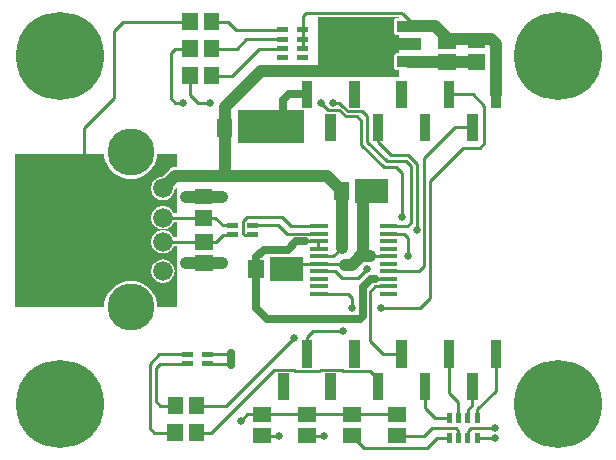
<source format=gbr>
G04 start of page 2 for group 0 idx 0 *
G04 Title: (unknown), top *
G04 Creator: pcb 20140316 *
G04 CreationDate: Mon 29 Jan 2018 01:28:48 AM GMT UTC *
G04 For: railfan *
G04 Format: Gerber/RS-274X *
G04 PCB-Dimensions (mil): 2000.00 1500.00 *
G04 PCB-Coordinate-Origin: lower left *
%MOIN*%
%FSLAX25Y25*%
%LNTOP*%
%ADD28C,0.0360*%
%ADD27C,0.0910*%
%ADD26C,0.1285*%
%ADD25C,0.0120*%
%ADD24C,0.0260*%
%ADD23R,0.0945X0.0945*%
%ADD22R,0.0378X0.0378*%
%ADD21R,0.0350X0.0350*%
%ADD20R,0.0130X0.0130*%
%ADD19R,0.0167X0.0167*%
%ADD18R,0.0512X0.0512*%
%ADD17C,0.0660*%
%ADD16C,0.1570*%
%ADD15C,0.2937*%
%ADD14C,0.0250*%
%ADD13C,0.0100*%
%ADD12C,0.0400*%
%ADD11C,0.0001*%
G54D11*G36*
X130000Y126000D02*X103000D01*
Y146000D01*
X130000D01*
Y145788D01*
X129264Y145787D01*
X129111Y145750D01*
X128965Y145690D01*
X128831Y145608D01*
X128712Y145505D01*
X128609Y145386D01*
X128527Y145251D01*
X128467Y145106D01*
X128430Y144953D01*
X128421Y144796D01*
X128430Y140859D01*
X128467Y140706D01*
X128527Y140561D01*
X128609Y140426D01*
X128712Y140307D01*
X128831Y140204D01*
X128965Y140122D01*
X129111Y140062D01*
X129264Y140025D01*
X129421Y140016D01*
X130000Y140017D01*
Y133976D01*
X129264Y133975D01*
X129111Y133938D01*
X128965Y133878D01*
X128831Y133796D01*
X128712Y133693D01*
X128609Y133574D01*
X128527Y133439D01*
X128467Y133294D01*
X128430Y133141D01*
X128421Y132984D01*
X128430Y129047D01*
X128467Y128894D01*
X128527Y128749D01*
X128609Y128614D01*
X128712Y128495D01*
X128831Y128392D01*
X128965Y128310D01*
X129111Y128250D01*
X129264Y128213D01*
X129421Y128204D01*
X130000Y128205D01*
Y126000D01*
G37*
G36*
X84500Y115000D02*X98500D01*
Y104000D01*
X84500D01*
Y115000D01*
G37*
G36*
X76500D02*X97500D01*
Y104000D01*
X76500D01*
Y115000D01*
G37*
G36*
X51394Y75188D02*X51400Y75188D01*
X52012Y75236D01*
X52609Y75379D01*
X53176Y75614D01*
X53699Y75935D01*
X54166Y76334D01*
X54565Y76801D01*
X54886Y77324D01*
X55000Y77600D01*
X56000D01*
Y72600D01*
X55000D01*
X54886Y72876D01*
X54565Y73399D01*
X54166Y73866D01*
X53699Y74265D01*
X53176Y74586D01*
X52609Y74821D01*
X52012Y74964D01*
X51400Y75012D01*
X51394Y75012D01*
Y75188D01*
G37*
G36*
Y84988D02*X51400Y84988D01*
X52012Y85036D01*
X52609Y85179D01*
X53176Y85414D01*
X53699Y85735D01*
X54166Y86134D01*
X54565Y86601D01*
X54886Y87124D01*
X55121Y87691D01*
X55264Y88288D01*
X55278Y88536D01*
X56000Y89257D01*
Y86118D01*
X55991Y86000D01*
X56000Y85882D01*
Y80600D01*
X55000D01*
X54886Y80876D01*
X54565Y81399D01*
X54166Y81866D01*
X53699Y82265D01*
X53176Y82586D01*
X52609Y82821D01*
X52012Y82964D01*
X51400Y83012D01*
X51394Y83012D01*
Y84988D01*
G37*
G36*
Y100500D02*X56000D01*
Y96000D01*
X55618Y96000D01*
X55500Y96009D01*
X55035Y95973D01*
X55030Y95972D01*
X55030Y95972D01*
X55029Y95972D01*
X54784Y95913D01*
X54571Y95862D01*
X54571Y95862D01*
X54570Y95862D01*
X54337Y95765D01*
X54135Y95682D01*
X54134Y95682D01*
X54134Y95681D01*
X53919Y95550D01*
X53732Y95435D01*
X53732Y95435D01*
X53731Y95435D01*
X53727Y95431D01*
X53373Y95129D01*
X53296Y95039D01*
X51394Y93137D01*
Y100500D01*
G37*
G36*
X56000Y49500D02*X51394D01*
Y57388D01*
X51400Y57388D01*
X52012Y57436D01*
X52609Y57579D01*
X53176Y57814D01*
X53699Y58135D01*
X54166Y58534D01*
X54565Y59001D01*
X54886Y59524D01*
X55121Y60091D01*
X55264Y60688D01*
X55300Y61300D01*
X55264Y61912D01*
X55121Y62509D01*
X54886Y63076D01*
X54565Y63599D01*
X54166Y64066D01*
X53699Y64465D01*
X53176Y64786D01*
X52609Y65021D01*
X52012Y65164D01*
X51400Y65212D01*
X51394Y65212D01*
Y67188D01*
X51400Y67188D01*
X52012Y67236D01*
X52609Y67379D01*
X53176Y67614D01*
X53699Y67935D01*
X54166Y68334D01*
X54565Y68801D01*
X54886Y69324D01*
X55000Y69600D01*
X56000D01*
Y64118D01*
X55991Y64000D01*
X56000Y63882D01*
Y49500D01*
G37*
G36*
X51394D02*X49532D01*
X49468Y50589D01*
X49143Y51943D01*
X48610Y53230D01*
X47882Y54418D01*
X46977Y55477D01*
X45918Y56382D01*
X44730Y57110D01*
X43443Y57643D01*
X42089Y57968D01*
X40700Y58077D01*
X39311Y57968D01*
X37957Y57643D01*
X36670Y57110D01*
X35482Y56382D01*
X34423Y55477D01*
X33518Y54418D01*
X32790Y53230D01*
X32257Y51943D01*
X31932Y50589D01*
X31846Y49500D01*
X2000D01*
Y100500D01*
X31854D01*
X31932Y99511D01*
X32257Y98157D01*
X32790Y96870D01*
X33518Y95682D01*
X34423Y94623D01*
X35482Y93718D01*
X36670Y92990D01*
X37957Y92457D01*
X39311Y92132D01*
X40700Y92023D01*
X42089Y92132D01*
X43443Y92457D01*
X44730Y92990D01*
X45918Y93718D01*
X46977Y94623D01*
X47882Y95682D01*
X48610Y96870D01*
X49143Y98157D01*
X49468Y99511D01*
X49526Y100500D01*
X51394D01*
Y93137D01*
X51041Y92784D01*
X50788Y92764D01*
X50191Y92621D01*
X49624Y92386D01*
X49101Y92065D01*
X48634Y91666D01*
X48235Y91199D01*
X47914Y90676D01*
X47679Y90109D01*
X47536Y89512D01*
X47488Y88900D01*
X47536Y88288D01*
X47679Y87691D01*
X47914Y87124D01*
X48235Y86601D01*
X48634Y86134D01*
X49101Y85735D01*
X49624Y85414D01*
X50191Y85179D01*
X50788Y85036D01*
X51394Y84988D01*
Y83012D01*
X50788Y82964D01*
X50191Y82821D01*
X49624Y82586D01*
X49101Y82265D01*
X48634Y81866D01*
X48235Y81399D01*
X47914Y80876D01*
X47679Y80309D01*
X47536Y79712D01*
X47488Y79100D01*
X47536Y78488D01*
X47679Y77891D01*
X47914Y77324D01*
X48235Y76801D01*
X48634Y76334D01*
X49101Y75935D01*
X49624Y75614D01*
X50191Y75379D01*
X50788Y75236D01*
X51394Y75188D01*
Y75012D01*
X50788Y74964D01*
X50191Y74821D01*
X49624Y74586D01*
X49101Y74265D01*
X48634Y73866D01*
X48235Y73399D01*
X47914Y72876D01*
X47679Y72309D01*
X47536Y71712D01*
X47488Y71100D01*
X47536Y70488D01*
X47679Y69891D01*
X47914Y69324D01*
X48235Y68801D01*
X48634Y68334D01*
X49101Y67935D01*
X49624Y67614D01*
X50191Y67379D01*
X50788Y67236D01*
X51394Y67188D01*
Y65212D01*
X50788Y65164D01*
X50191Y65021D01*
X49624Y64786D01*
X49101Y64465D01*
X48634Y64066D01*
X48235Y63599D01*
X47914Y63076D01*
X47679Y62509D01*
X47536Y61912D01*
X47488Y61300D01*
X47536Y60688D01*
X47679Y60091D01*
X47914Y59524D01*
X48235Y59001D01*
X48634Y58534D01*
X49101Y58135D01*
X49624Y57814D01*
X50191Y57579D01*
X50788Y57436D01*
X51394Y57388D01*
Y49500D01*
G37*
G36*
X126500Y84000D02*X115500D01*
Y92000D01*
X126500D01*
Y84000D01*
G37*
G36*
X98000Y58000D02*X87000D01*
Y66000D01*
X98000D01*
Y58000D01*
G37*
G54D12*X146000Y138543D02*X155871D01*
X133358Y142906D02*X142137D01*
X146500Y138543D01*
G54D13*X131406Y147000D02*X135500Y142906D01*
G54D12*X155871Y138543D02*X155914Y138586D01*
X160914D01*
X162500Y137000D01*
Y120366D01*
X162433Y120299D01*
X140500Y131000D02*X133452D01*
X155914D02*X137000D01*
G54D13*X113000Y114600D02*X110900Y116700D01*
X112300Y112900D02*X110200Y115000D01*
X106500D01*
X104000Y117500D01*
X108000D02*X110100D01*
X111550Y116050D01*
X113000Y114600D02*X117900D01*
X119500Y113000D01*
X112300Y112900D02*X116100D01*
X117500Y111500D01*
X119500Y113000D02*Y104500D01*
X126000Y98000D01*
X117500Y111500D02*Y103500D01*
X125000Y96000D01*
X129000D01*
X126614Y58750D02*X121750D01*
X126614Y56250D02*X122250D01*
X120500Y54500D01*
G54D14*X120750Y58750D02*X118000Y56000D01*
X122000Y58750D02*X120750D01*
G54D13*X126614Y66250D02*X121250D01*
G54D12*X120500D02*X117250D01*
G54D13*X116500Y59000D02*X119500Y62000D01*
X124000Y49000D02*X137000D01*
X140500Y52500D01*
X103336Y76300D02*X103386Y76250D01*
G54D12*X110800Y87843D02*X110957Y88000D01*
X111000Y88043D02*Y69000D01*
G54D13*X103386Y66250D02*X108250D01*
X111000Y69000D01*
G54D12*X105957Y93000D02*X110957Y88000D01*
G54D13*X103386Y53750D02*X111450D01*
X109000D02*X113250D01*
X114500Y52500D01*
G54D14*X118000Y56000D02*Y46500D01*
X117000Y45500D01*
G54D13*X114500Y52500D02*Y49000D01*
G54D12*X118043Y88000D02*Y67043D01*
X115000Y64000D01*
X117250Y66250D02*X116500Y65500D01*
X114500Y63500D02*X112000D01*
G54D13*X103750Y63750D02*X112250D01*
X112500Y63500D01*
X103386Y61250D02*X108750D01*
X111000Y59000D01*
X116500D01*
X126614Y61250D02*X136750D01*
X133000Y72500D02*Y66500D01*
X136750Y61250D02*X138500Y63000D01*
X140500Y52500D02*Y91500D01*
X138500Y63000D02*Y99000D01*
X136000Y97100D02*Y75000D01*
X126614Y73750D02*X131750D01*
X133000Y72500D01*
X126614Y76250D02*X132750D01*
X134000Y77500D01*
Y84000D01*
Y81500D02*Y96500D01*
X129000Y96000D02*X131000Y94000D01*
Y79500D01*
X154559Y109315D02*X148815D01*
X154701Y120299D02*X158500Y116500D01*
Y104000D01*
X157000Y102500D01*
X151500D01*
X154701Y120299D02*X146685D01*
Y120299D01*
X123063Y109315D02*Y104437D01*
X127500Y100000D01*
X133100D01*
X126000Y98000D02*X132500D01*
X134000Y96500D01*
X151500Y102500D02*X140500Y91500D01*
X148815Y109315D02*X138500Y99000D01*
X133100Y100000D02*X136000Y97100D01*
X98000Y135500D02*Y144500D01*
X91304Y138650D02*X79150D01*
X91304Y135500D02*X83500D01*
X98000Y143500D02*Y146500D01*
X38500Y144500D02*X60457D01*
X54000Y134000D02*X55500Y135500D01*
X60457D01*
X40500Y144500D02*X38000D01*
X35000Y141500D01*
X91304Y141799D02*X75701D01*
X73000Y144500D01*
X79150Y138650D02*X76000Y135500D01*
X98000Y146500D02*X99000Y147500D01*
X130906D01*
X132500Y145906D01*
X73000Y144500D02*X67543D01*
X76000Y135500D02*X67543D01*
X83500D02*X74500Y126500D01*
X67543D01*
X60457D02*Y120043D01*
X63000Y117500D01*
X67000D01*
G54D12*X107000Y128000D02*X84000D01*
G54D14*X99441Y120299D02*X93299D01*
X91500Y118500D01*
G54D12*X84000Y128000D02*X76000Y120000D01*
X71957Y115957D02*X77500Y121500D01*
X72000Y109500D02*X71957Y109543D01*
G54D14*X91500Y118500D02*Y109382D01*
X91567Y109315D01*
G54D12*X71914Y109000D02*X71957Y109043D01*
X55500Y93000D02*X105978Y92979D01*
G54D13*X26500Y96000D02*Y83500D01*
X35000Y141500D02*Y119000D01*
X25000Y109000D01*
Y97500D01*
X54000Y134000D02*Y119000D01*
X55500Y117500D01*
X58000D01*
G54D12*X51400Y88900D02*X55500Y93000D01*
X72000Y116000D02*Y93000D01*
X59000Y64000D02*X71000D01*
X59000Y86000D02*X71000D01*
G54D13*X69100Y71100D02*X71425Y73425D01*
X68900Y79100D02*X71425Y76575D01*
X78000Y74000D02*X78500Y73500D01*
X81273D01*
X51400Y71100D02*X69100D01*
X71425Y73425D02*X74652D01*
X51400Y79100D02*X68900D01*
X71425Y76575D02*X74652D01*
X78000Y78000D02*Y74000D01*
X86500Y79500D02*X79500D01*
X78000Y78000D01*
X86000Y79500D02*X91000D01*
X92750Y73750D02*X89925Y76575D01*
X81348D01*
X91000Y79500D02*X94200Y76300D01*
X97250Y73750D02*X92750D01*
G54D14*X93000Y68500D02*X95750Y71250D01*
G54D13*X103386Y63750D02*X96250D01*
G54D14*X117000Y45500D02*X86000D01*
X82500Y49000D01*
Y62000D01*
G54D13*X120500Y54500D02*Y38000D01*
X103386Y71250D02*X96121D01*
G54D14*X95750D02*X98750D01*
G54D13*X103250D02*Y68886D01*
X103386Y68750D01*
X103336Y76300D02*X94200D01*
X94250Y73750D02*X103250D01*
G54D14*X82457Y62000D02*Y65957D01*
X85000Y68500D01*
X93000D01*
X82500Y62000D02*X82457Y62043D01*
G54D13*X101500Y41500D02*X99441Y39441D01*
X95500Y28000D02*X95000Y28500D01*
X88500D01*
X103500Y28000D02*X95500D01*
X105000Y6500D02*X99500D01*
X88500Y28500D02*X67500Y7500D01*
X62543D01*
X90000Y6500D02*X84500D01*
X79543Y13543D02*X77500Y11500D01*
X95000Y39000D02*X72500Y16500D01*
X62586D01*
G54D14*X74000Y34000D02*Y30000D01*
G54D13*X66348Y33575D02*X73575D01*
X66348Y30425D02*X73075D01*
X49000Y18000D02*Y29000D01*
X47000Y30500D02*Y9000D01*
X55500Y16500D02*X50500D01*
X49000Y18000D01*
X47000Y9000D02*X48500Y7500D01*
X55457D01*
X49000Y29000D02*X50500Y30500D01*
X59577D01*
X59652Y33575D02*X50075D01*
X47000Y30500D01*
X111500Y41500D02*X101500D01*
X99441Y39441D02*Y33685D01*
X111500Y28000D02*X111000Y28500D01*
X104000D01*
X103500Y28000D01*
X120500Y38000D02*X124815Y33685D01*
X130937D01*
X120500Y28000D02*X123000Y25500D01*
X120500Y28000D02*X111500D01*
X149925Y5652D02*Y8075D01*
X149000Y9000D01*
X141000D01*
X146776Y5652D02*X142652D01*
X153075D02*Y8075D01*
X154000Y9000D01*
X141000D02*X138457Y6457D01*
X142652Y5652D02*X139500Y2500D01*
X142152Y12348D02*X138811Y15689D01*
Y22701D01*
X138457Y6457D02*X129500D01*
Y13543D02*X79543D01*
X146776Y12348D02*X142152D01*
X149925D02*Y17575D01*
X146685Y20815D01*
X139500Y2500D02*X118457D01*
X114500Y6457D01*
X146685Y20815D02*Y33685D01*
X153075Y12348D02*Y15075D01*
X154559Y16559D01*
X156224Y12348D02*Y15224D01*
X154000Y9000D02*X162000D01*
X154559Y16559D02*Y22701D01*
X156224Y15224D02*X162433Y21433D01*
Y33685D01*
X156224Y5652D02*X162000D01*
G54D15*X17000Y17000D03*
G54D16*X40700Y49200D03*
G54D17*X51400Y71100D03*
Y61300D03*
G54D15*X183000Y133000D03*
Y17000D03*
X17000Y133000D03*
G54D16*X40700Y100900D03*
G54D17*X51400Y79100D03*
Y88900D03*
G54D18*X64521Y79000D02*X65307D01*
X64521Y86086D02*X65307D01*
X64607Y71043D02*X65393D01*
X64607Y63957D02*X65393D01*
G54D19*X73717Y76575D02*X75587D01*
X73717Y73425D02*X75587D01*
X80413D02*X82283D01*
X80413Y76575D02*X82283D01*
G54D18*X82457Y62393D02*Y61607D01*
X89543Y62393D02*Y61607D01*
X110957Y88393D02*Y87607D01*
X118043Y88393D02*Y87607D01*
G54D20*X124311Y71250D02*X128917D01*
X101083D02*X105689D01*
X124311Y73750D02*X128917D01*
X124311Y76250D02*X128917D01*
X101083D02*X105689D01*
X101083Y73750D02*X105689D01*
X124311Y53750D02*X128917D01*
X124311Y56250D02*X128917D01*
X124311Y58750D02*X128917D01*
X124311Y61250D02*X128917D01*
X124311Y63750D02*X128917D01*
X124311Y66250D02*X128917D01*
X124311Y68750D02*X128917D01*
X101083D02*X105689D01*
X101083Y66250D02*X105689D01*
X101083Y63750D02*X105689D01*
X101083Y61250D02*X105689D01*
X101083Y58750D02*X105689D01*
X101083Y56250D02*X105689D01*
X101083Y53750D02*X105689D01*
G54D21*X162433Y36441D02*Y30929D01*
X146685Y36441D02*Y30929D01*
X130937Y36441D02*Y30929D01*
X123063Y25457D02*Y19945D01*
X138811Y25457D02*Y19945D01*
G54D18*X129107Y13543D02*X129893D01*
G54D21*X154559Y25457D02*Y19945D01*
G54D19*X156224Y13283D02*Y11413D01*
X153075Y13283D02*Y11413D01*
X149925Y13283D02*Y11413D01*
X146776Y6587D02*Y4717D01*
Y13283D02*Y11413D01*
X149925Y6587D02*Y4717D01*
X153075Y6587D02*Y4717D01*
X156224Y6587D02*Y4717D01*
G54D18*X129107Y6457D02*X129893D01*
G54D21*X115189Y36441D02*Y30929D01*
X99441Y36441D02*Y30929D01*
G54D18*X55500Y16893D02*Y16107D01*
G54D19*X65413Y30425D02*X67283D01*
X65413Y33575D02*X67283D01*
X58717D02*X60587D01*
X58717Y30425D02*X60587D01*
G54D18*X55457Y7893D02*Y7107D01*
X62543Y7893D02*Y7107D01*
X62586Y16893D02*Y16107D01*
G54D21*X91567Y25457D02*Y19945D01*
X107315Y25457D02*Y19945D01*
G54D18*X114107Y13543D02*X114893D01*
X114107Y6457D02*X114893D01*
X99107Y13543D02*X99893D01*
X99107Y6457D02*X99893D01*
X84107Y13543D02*X84893D01*
X84107Y6457D02*X84893D01*
X155521Y138086D02*X156307D01*
X155521Y131000D02*X156307D01*
X145607Y138043D02*X146393D01*
X145607Y130957D02*X146393D01*
G54D22*X131311Y131094D02*X135405D01*
X123595Y137000D02*X135405D01*
G54D23*X119971D02*X121861D01*
G54D11*G36*
X125166Y133695D02*X128006Y136535D01*
X129426Y135115D01*
X126586Y132275D01*
X125166Y133695D01*
G37*
G54D21*X130937Y123055D02*Y117543D01*
X115189Y123055D02*Y117543D01*
X123063Y112071D02*Y106559D01*
X138811Y112071D02*Y106559D01*
G54D11*G36*
X126586Y141725D02*X129426Y138885D01*
X128006Y137465D01*
X125166Y140305D01*
X126586Y141725D01*
G37*
G54D22*X131311Y142906D02*X135405D01*
G54D21*X162433Y123055D02*Y117543D01*
X146685Y123055D02*Y117543D01*
X154559Y112071D02*Y106559D01*
G54D18*X71957Y109393D02*Y108607D01*
X79043Y109393D02*Y108607D01*
G54D21*X91567Y112071D02*Y106559D01*
X107315Y112071D02*Y106559D01*
G54D19*X90369Y141799D02*X92239D01*
X90369Y138650D02*X92239D01*
X90369Y135500D02*X92239D01*
X90369Y132351D02*X92239D01*
X97065D02*X98935D01*
X97065Y135500D02*X98935D01*
X97065Y138650D02*X98935D01*
X97065Y141799D02*X98935D01*
G54D21*X99441Y123055D02*Y117543D01*
G54D18*X60457Y135893D02*Y135107D01*
Y126893D02*Y126107D01*
Y144893D02*Y144107D01*
X67543Y135893D02*Y135107D01*
Y126893D02*Y126107D01*
Y144893D02*Y144107D01*
G54D24*X86500Y113000D03*
Y109500D03*
Y106000D03*
X96500Y113000D03*
Y109500D03*
Y106000D03*
X67000Y117500D03*
X58000D03*
X52500Y53500D03*
X59000Y64000D03*
Y86000D03*
X71000D03*
X140000Y131000D03*
X151000D03*
X162000Y9000D03*
Y5652D03*
X104000Y117500D03*
X108000D03*
X126000Y144000D03*
X122500D03*
X119000D03*
X126000Y130000D03*
X122500D03*
X119000D03*
X115500D03*
X110500D03*
X115500Y144000D03*
X112500Y137000D03*
Y140500D03*
Y133500D03*
X110500Y144000D03*
X111500Y41500D03*
X114500Y49000D03*
X112000Y63500D03*
X124000Y49000D03*
X120500Y66250D03*
X124500Y90000D03*
Y86000D03*
X119500Y62000D03*
X105000Y6500D03*
X133000Y66500D03*
X131000Y79500D03*
X136000Y75000D03*
X43500Y66500D03*
Y62000D03*
X71000Y64000D03*
X96000Y60000D03*
Y64000D03*
X39000Y66500D03*
Y62000D03*
X95000Y39000D03*
X90000Y6500D03*
X74000Y30000D03*
Y34000D03*
X77500Y11500D03*
G54D25*G54D26*G54D27*G54D28*G54D26*G54D27*G54D28*M02*

</source>
